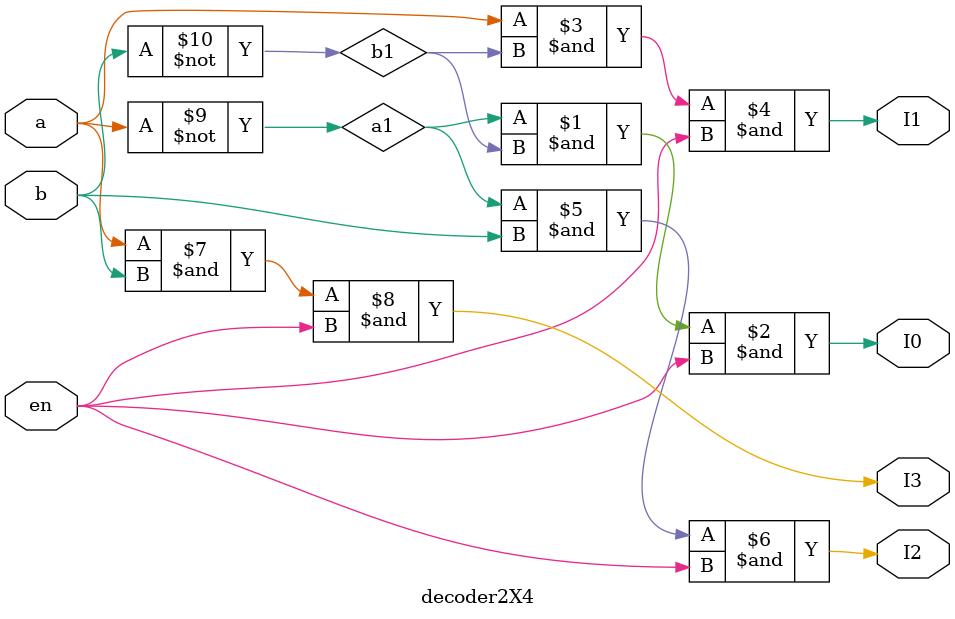
<source format=v>
`timescale 1ns / 1ps
module decoder2X4(
    input a,
    input b,
    input en,
    output I0,
    output I1,
    output I2,
    output I3
    );
	wire a1 , b1;
	not (a1 , a);
	not (b1 , b);
	and f0(I0 , a1 , b1 , en);
	and f1(I1 , a , b1 , en);
	and f2(I2 , a1 , b , en);
	and f3(I3 , a , b , en);


endmodule

</source>
